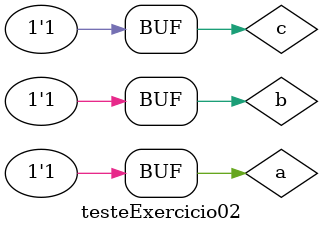
<source format=v>
module Exercicio02(s, a, b, c);
	output s;
	input a, b, c;
	assign s = ~ (a | b | c);
endmodule

module testeExercicio02;
	reg a, b, c;
	wire r, s, t, w;

	Exercicio02 NOR1 (r, a, a, a);
	Exercicio02 NOR2 (s, b, b, b);
	Exercicio02 NOR3 (t, c, c, c);
	Exercicio02 NOR4 (w, r, s, t);

	initial begin
		a = 0;
		b = 0;
		c = 0;
	end

	initial begin

		$display("Exercicio 02 - Douglas Borges - 417889");
		$display("Tabela verdade da porta AND com 3 entradas utilizando portas NOR\n");

		#1 $display(" a & b & c  =  s  =>  ~( ~(a|a|a) | ~(b|b|b) | ~(c|c|c) ) = s");
		#1 $monitor(" %b   %b   %b     %b             %b          %b          %b        %b", a, b, c, w, r, s, t, w);
		#1 a = 0; b = 0; c = 1;
		#1 a = 0; b = 1; c = 0;
		#1 a = 0; b = 1; c = 1;
		#1 a = 1; b = 0; c = 0;
		#1 a = 1; b = 0; c = 1;
		#1 a = 1; b = 1; c = 0;
		#1 a = 1; b = 1; c = 1;

	end

/*
Exercicio 02 - Douglas Borges - 417889
Tabela verdade da porta AND com 3 entradas utilizando portas NOR

 a & b & c  =  s  =>  ~( ~(a|a|a) | ~(b|b|b) | ~(c|c|c) ) = s
 0   0   0     0             1          1          1        0
 0   0   1     0             1          1          0        0
 0   1   0     0             1          0          1        0
 0   1   1     0             1          0          0        0
 1   0   0     0             0          1          1        0
 1   0   1     0             0          1          0        0
 1   1   0     0             0          0          1        0
 1   1   1     1             0          0          0        1
*/

endmodule
</source>
